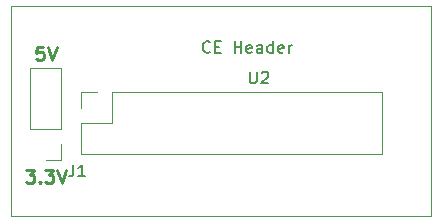
<source format=gbr>
G04 #@! TF.GenerationSoftware,KiCad,Pcbnew,5.1.5*
G04 #@! TF.CreationDate,2020-02-08T20:39:40+01:00*
G04 #@! TF.ProjectId,teensy-breakout,7465656e-7379-42d6-9272-65616b6f7574,rev?*
G04 #@! TF.SameCoordinates,Original*
G04 #@! TF.FileFunction,Legend,Top*
G04 #@! TF.FilePolarity,Positive*
%FSLAX46Y46*%
G04 Gerber Fmt 4.6, Leading zero omitted, Abs format (unit mm)*
G04 Created by KiCad (PCBNEW 5.1.5) date 2020-02-08 20:39:40*
%MOMM*%
%LPD*%
G04 APERTURE LIST*
%ADD10C,0.150000*%
%ADD11C,0.254000*%
%ADD12C,0.120000*%
G04 APERTURE END LIST*
D10*
X143692952Y-78182742D02*
X143645333Y-78230361D01*
X143502476Y-78277980D01*
X143407238Y-78277980D01*
X143264380Y-78230361D01*
X143169142Y-78135123D01*
X143121523Y-78039885D01*
X143073904Y-77849409D01*
X143073904Y-77706552D01*
X143121523Y-77516076D01*
X143169142Y-77420838D01*
X143264380Y-77325600D01*
X143407238Y-77277980D01*
X143502476Y-77277980D01*
X143645333Y-77325600D01*
X143692952Y-77373219D01*
X144121523Y-77754171D02*
X144454857Y-77754171D01*
X144597714Y-78277980D02*
X144121523Y-78277980D01*
X144121523Y-77277980D01*
X144597714Y-77277980D01*
X145788190Y-78277980D02*
X145788190Y-77277980D01*
X145788190Y-77754171D02*
X146359619Y-77754171D01*
X146359619Y-78277980D02*
X146359619Y-77277980D01*
X147216761Y-78230361D02*
X147121523Y-78277980D01*
X146931047Y-78277980D01*
X146835809Y-78230361D01*
X146788190Y-78135123D01*
X146788190Y-77754171D01*
X146835809Y-77658933D01*
X146931047Y-77611314D01*
X147121523Y-77611314D01*
X147216761Y-77658933D01*
X147264380Y-77754171D01*
X147264380Y-77849409D01*
X146788190Y-77944647D01*
X148121523Y-78277980D02*
X148121523Y-77754171D01*
X148073904Y-77658933D01*
X147978666Y-77611314D01*
X147788190Y-77611314D01*
X147692952Y-77658933D01*
X148121523Y-78230361D02*
X148026285Y-78277980D01*
X147788190Y-78277980D01*
X147692952Y-78230361D01*
X147645333Y-78135123D01*
X147645333Y-78039885D01*
X147692952Y-77944647D01*
X147788190Y-77897028D01*
X148026285Y-77897028D01*
X148121523Y-77849409D01*
X149026285Y-78277980D02*
X149026285Y-77277980D01*
X149026285Y-78230361D02*
X148931047Y-78277980D01*
X148740571Y-78277980D01*
X148645333Y-78230361D01*
X148597714Y-78182742D01*
X148550095Y-78087504D01*
X148550095Y-77801790D01*
X148597714Y-77706552D01*
X148645333Y-77658933D01*
X148740571Y-77611314D01*
X148931047Y-77611314D01*
X149026285Y-77658933D01*
X149883428Y-78230361D02*
X149788190Y-78277980D01*
X149597714Y-78277980D01*
X149502476Y-78230361D01*
X149454857Y-78135123D01*
X149454857Y-77754171D01*
X149502476Y-77658933D01*
X149597714Y-77611314D01*
X149788190Y-77611314D01*
X149883428Y-77658933D01*
X149931047Y-77754171D01*
X149931047Y-77849409D01*
X149454857Y-77944647D01*
X150359619Y-78277980D02*
X150359619Y-77611314D01*
X150359619Y-77801790D02*
X150407238Y-77706552D01*
X150454857Y-77658933D01*
X150550095Y-77611314D01*
X150645333Y-77611314D01*
D11*
X128106714Y-88147071D02*
X128814285Y-88147071D01*
X128433285Y-88582500D01*
X128596571Y-88582500D01*
X128705428Y-88636928D01*
X128759857Y-88691357D01*
X128814285Y-88800214D01*
X128814285Y-89072357D01*
X128759857Y-89181214D01*
X128705428Y-89235642D01*
X128596571Y-89290071D01*
X128270000Y-89290071D01*
X128161142Y-89235642D01*
X128106714Y-89181214D01*
X129304142Y-89181214D02*
X129358571Y-89235642D01*
X129304142Y-89290071D01*
X129249714Y-89235642D01*
X129304142Y-89181214D01*
X129304142Y-89290071D01*
X129739571Y-88147071D02*
X130447142Y-88147071D01*
X130066142Y-88582500D01*
X130229428Y-88582500D01*
X130338285Y-88636928D01*
X130392714Y-88691357D01*
X130447142Y-88800214D01*
X130447142Y-89072357D01*
X130392714Y-89181214D01*
X130338285Y-89235642D01*
X130229428Y-89290071D01*
X129902857Y-89290071D01*
X129794000Y-89235642D01*
X129739571Y-89181214D01*
X130773714Y-88147071D02*
X131154714Y-89290071D01*
X131535714Y-88147071D01*
X129576285Y-77733071D02*
X129032000Y-77733071D01*
X128977571Y-78277357D01*
X129032000Y-78222928D01*
X129140857Y-78168500D01*
X129413000Y-78168500D01*
X129521857Y-78222928D01*
X129576285Y-78277357D01*
X129630714Y-78386214D01*
X129630714Y-78658357D01*
X129576285Y-78767214D01*
X129521857Y-78821642D01*
X129413000Y-78876071D01*
X129140857Y-78876071D01*
X129032000Y-78821642D01*
X128977571Y-78767214D01*
X129957285Y-77733071D02*
X130338285Y-78876071D01*
X130719285Y-77733071D01*
D12*
X162433000Y-74295000D02*
X162433000Y-92075000D01*
X126873000Y-92075000D02*
X126873000Y-74295000D01*
X126873000Y-74295000D02*
X162433000Y-74295000D01*
X162433000Y-92075000D02*
X126873000Y-92075000D01*
X132782000Y-82942740D02*
X132782000Y-81612740D01*
X134112000Y-81601000D02*
X132782000Y-81601000D01*
X132782000Y-86799420D02*
X132782000Y-84199420D01*
X135382000Y-84201000D02*
X132782000Y-84201000D01*
X135382000Y-84201000D02*
X135382000Y-81661000D01*
X135382000Y-81601000D02*
X158302000Y-81601000D01*
X132782000Y-86801000D02*
X158302000Y-86801000D01*
X158302000Y-86801000D02*
X158302000Y-81601000D01*
X131124000Y-79569000D02*
X128464000Y-79569000D01*
X131124000Y-84709000D02*
X131124000Y-79569000D01*
X128464000Y-84709000D02*
X128464000Y-79569000D01*
X131124000Y-84709000D02*
X128464000Y-84709000D01*
X131124000Y-85979000D02*
X131124000Y-87309000D01*
X131124000Y-87309000D02*
X129794000Y-87309000D01*
D10*
X147066095Y-79843380D02*
X147066095Y-80652904D01*
X147113714Y-80748142D01*
X147161333Y-80795761D01*
X147256571Y-80843380D01*
X147447047Y-80843380D01*
X147542285Y-80795761D01*
X147589904Y-80748142D01*
X147637523Y-80652904D01*
X147637523Y-79843380D01*
X148066095Y-79938619D02*
X148113714Y-79891000D01*
X148208952Y-79843380D01*
X148447047Y-79843380D01*
X148542285Y-79891000D01*
X148589904Y-79938619D01*
X148637523Y-80033857D01*
X148637523Y-80129095D01*
X148589904Y-80271952D01*
X148018476Y-80843380D01*
X148637523Y-80843380D01*
X132127666Y-87717380D02*
X132127666Y-88431666D01*
X132080047Y-88574523D01*
X131984809Y-88669761D01*
X131841952Y-88717380D01*
X131746714Y-88717380D01*
X133127666Y-88717380D02*
X132556238Y-88717380D01*
X132841952Y-88717380D02*
X132841952Y-87717380D01*
X132746714Y-87860238D01*
X132651476Y-87955476D01*
X132556238Y-88003095D01*
M02*

</source>
